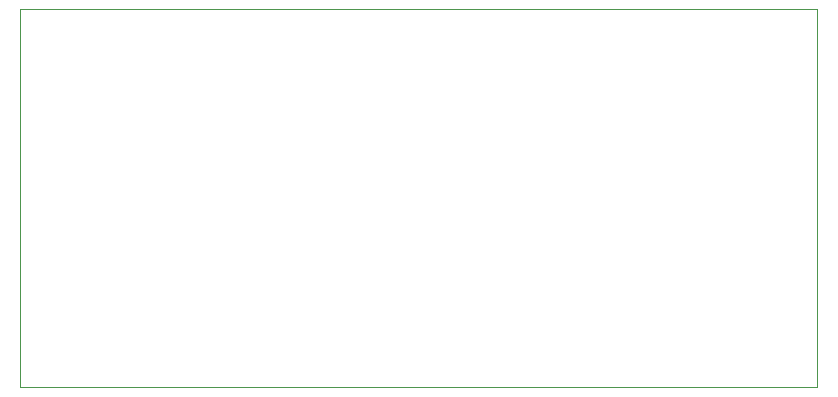
<source format=gbr>
%TF.GenerationSoftware,KiCad,Pcbnew,8.0.3*%
%TF.CreationDate,2024-10-26T21:30:25-07:00*%
%TF.ProjectId,oled_controller,6f6c6564-5f63-46f6-9e74-726f6c6c6572,rev?*%
%TF.SameCoordinates,Original*%
%TF.FileFunction,Profile,NP*%
%FSLAX46Y46*%
G04 Gerber Fmt 4.6, Leading zero omitted, Abs format (unit mm)*
G04 Created by KiCad (PCBNEW 8.0.3) date 2024-10-26 21:30:25*
%MOMM*%
%LPD*%
G01*
G04 APERTURE LIST*
%TA.AperFunction,Profile*%
%ADD10C,0.050000*%
%TD*%
G04 APERTURE END LIST*
D10*
X50000000Y-50000000D02*
X117500000Y-50000000D01*
X117500000Y-82000000D01*
X50000000Y-82000000D01*
X50000000Y-50000000D01*
M02*

</source>
